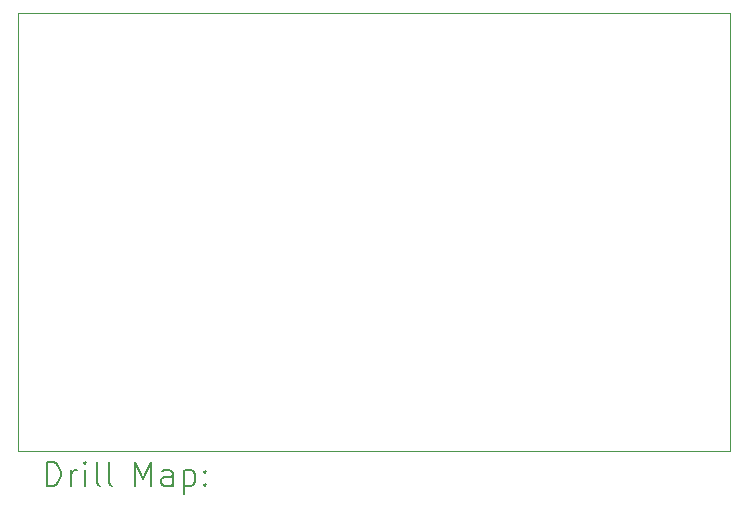
<source format=gbr>
%TF.GenerationSoftware,KiCad,Pcbnew,7.0.0*%
%TF.CreationDate,2023-03-02T15:59:10-08:00*%
%TF.ProjectId,KYBERNETES-LOGIC-PD,4b594245-524e-4455-9445-532d4c4f4749,rev?*%
%TF.SameCoordinates,Original*%
%TF.FileFunction,Drillmap*%
%TF.FilePolarity,Positive*%
%FSLAX45Y45*%
G04 Gerber Fmt 4.5, Leading zero omitted, Abs format (unit mm)*
G04 Created by KiCad (PCBNEW 7.0.0) date 2023-03-02 15:59:10*
%MOMM*%
%LPD*%
G01*
G04 APERTURE LIST*
%ADD10C,0.100000*%
%ADD11C,0.200000*%
G04 APERTURE END LIST*
D10*
X11553000Y-6405000D02*
X17579000Y-6405000D01*
X17579000Y-6405000D02*
X17579000Y-10111000D01*
X17579000Y-10111000D02*
X11553000Y-10111000D01*
X11553000Y-10111000D02*
X11553000Y-6405000D01*
D11*
X11795619Y-10409476D02*
X11795619Y-10209476D01*
X11795619Y-10209476D02*
X11843238Y-10209476D01*
X11843238Y-10209476D02*
X11871809Y-10219000D01*
X11871809Y-10219000D02*
X11890857Y-10238048D01*
X11890857Y-10238048D02*
X11900381Y-10257095D01*
X11900381Y-10257095D02*
X11909905Y-10295190D01*
X11909905Y-10295190D02*
X11909905Y-10323762D01*
X11909905Y-10323762D02*
X11900381Y-10361857D01*
X11900381Y-10361857D02*
X11890857Y-10380905D01*
X11890857Y-10380905D02*
X11871809Y-10399952D01*
X11871809Y-10399952D02*
X11843238Y-10409476D01*
X11843238Y-10409476D02*
X11795619Y-10409476D01*
X11995619Y-10409476D02*
X11995619Y-10276143D01*
X11995619Y-10314238D02*
X12005143Y-10295190D01*
X12005143Y-10295190D02*
X12014667Y-10285667D01*
X12014667Y-10285667D02*
X12033714Y-10276143D01*
X12033714Y-10276143D02*
X12052762Y-10276143D01*
X12119428Y-10409476D02*
X12119428Y-10276143D01*
X12119428Y-10209476D02*
X12109905Y-10219000D01*
X12109905Y-10219000D02*
X12119428Y-10228524D01*
X12119428Y-10228524D02*
X12128952Y-10219000D01*
X12128952Y-10219000D02*
X12119428Y-10209476D01*
X12119428Y-10209476D02*
X12119428Y-10228524D01*
X12243238Y-10409476D02*
X12224190Y-10399952D01*
X12224190Y-10399952D02*
X12214667Y-10380905D01*
X12214667Y-10380905D02*
X12214667Y-10209476D01*
X12348000Y-10409476D02*
X12328952Y-10399952D01*
X12328952Y-10399952D02*
X12319428Y-10380905D01*
X12319428Y-10380905D02*
X12319428Y-10209476D01*
X12544190Y-10409476D02*
X12544190Y-10209476D01*
X12544190Y-10209476D02*
X12610857Y-10352333D01*
X12610857Y-10352333D02*
X12677524Y-10209476D01*
X12677524Y-10209476D02*
X12677524Y-10409476D01*
X12858476Y-10409476D02*
X12858476Y-10304714D01*
X12858476Y-10304714D02*
X12848952Y-10285667D01*
X12848952Y-10285667D02*
X12829905Y-10276143D01*
X12829905Y-10276143D02*
X12791809Y-10276143D01*
X12791809Y-10276143D02*
X12772762Y-10285667D01*
X12858476Y-10399952D02*
X12839428Y-10409476D01*
X12839428Y-10409476D02*
X12791809Y-10409476D01*
X12791809Y-10409476D02*
X12772762Y-10399952D01*
X12772762Y-10399952D02*
X12763238Y-10380905D01*
X12763238Y-10380905D02*
X12763238Y-10361857D01*
X12763238Y-10361857D02*
X12772762Y-10342810D01*
X12772762Y-10342810D02*
X12791809Y-10333286D01*
X12791809Y-10333286D02*
X12839428Y-10333286D01*
X12839428Y-10333286D02*
X12858476Y-10323762D01*
X12953714Y-10276143D02*
X12953714Y-10476143D01*
X12953714Y-10285667D02*
X12972762Y-10276143D01*
X12972762Y-10276143D02*
X13010857Y-10276143D01*
X13010857Y-10276143D02*
X13029905Y-10285667D01*
X13029905Y-10285667D02*
X13039428Y-10295190D01*
X13039428Y-10295190D02*
X13048952Y-10314238D01*
X13048952Y-10314238D02*
X13048952Y-10371381D01*
X13048952Y-10371381D02*
X13039428Y-10390429D01*
X13039428Y-10390429D02*
X13029905Y-10399952D01*
X13029905Y-10399952D02*
X13010857Y-10409476D01*
X13010857Y-10409476D02*
X12972762Y-10409476D01*
X12972762Y-10409476D02*
X12953714Y-10399952D01*
X13134667Y-10390429D02*
X13144190Y-10399952D01*
X13144190Y-10399952D02*
X13134667Y-10409476D01*
X13134667Y-10409476D02*
X13125143Y-10399952D01*
X13125143Y-10399952D02*
X13134667Y-10390429D01*
X13134667Y-10390429D02*
X13134667Y-10409476D01*
X13134667Y-10285667D02*
X13144190Y-10295190D01*
X13144190Y-10295190D02*
X13134667Y-10304714D01*
X13134667Y-10304714D02*
X13125143Y-10295190D01*
X13125143Y-10295190D02*
X13134667Y-10285667D01*
X13134667Y-10285667D02*
X13134667Y-10304714D01*
M02*

</source>
